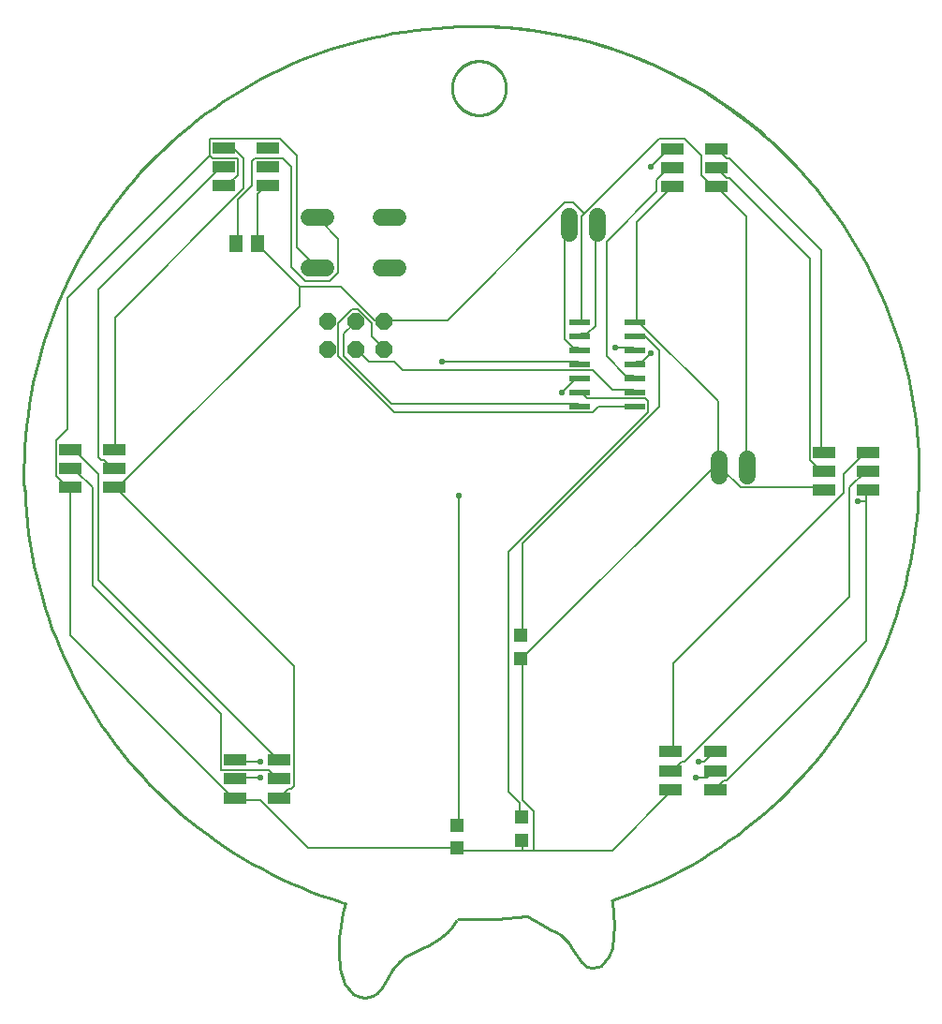
<source format=gtl>
G75*
%MOIN*%
%OFA0B0*%
%FSLAX25Y25*%
%IPPOS*%
%LPD*%
%AMOC8*
5,1,8,0,0,1.08239X$1,22.5*
%
%ADD10C,0.01000*%
%ADD11R,0.07800X0.02200*%
%ADD12R,0.04724X0.04724*%
%ADD13OC8,0.06000*%
%ADD14C,0.06000*%
%ADD15R,0.05118X0.05906*%
%ADD16R,0.07874X0.04331*%
%ADD17C,0.00600*%
%ADD18OC8,0.02300*%
D10*
X0128781Y0013704D02*
X0125829Y0017395D01*
X0124106Y0022562D01*
X0123614Y0028714D01*
X0123860Y0033635D01*
X0124352Y0038064D01*
X0125090Y0042739D01*
X0126075Y0046184D01*
X0125336Y0046184D01*
X0145268Y0025269D02*
X0147482Y0026991D01*
X0149943Y0028468D01*
X0153388Y0030190D01*
X0155848Y0031174D01*
X0159293Y0033389D01*
X0162246Y0035604D01*
X0164214Y0037818D01*
X0165445Y0039787D01*
X0145268Y0025269D02*
X0142807Y0022316D01*
X0141085Y0019363D01*
X0139116Y0015919D01*
X0137394Y0014196D01*
X0135671Y0012966D01*
X0133210Y0012228D01*
X0130996Y0012720D01*
X0128781Y0013704D01*
X0190789Y0041263D02*
X0193004Y0040033D01*
X0195957Y0038310D01*
X0198663Y0036834D01*
X0201124Y0035604D01*
X0202846Y0034619D01*
X0205553Y0031913D01*
X0207029Y0029452D01*
X0209982Y0025023D01*
X0211951Y0023546D01*
X0213673Y0023054D01*
X0216134Y0023546D01*
X0217118Y0023793D01*
X0219579Y0026991D01*
X0221055Y0030190D01*
X0221547Y0034373D01*
X0221793Y0038064D01*
X0221547Y0042247D01*
X0221055Y0047169D01*
X0274943Y0319560D02*
X0272010Y0322021D01*
X0269019Y0324411D01*
X0265972Y0326729D01*
X0262869Y0328973D01*
X0259715Y0331142D01*
X0256509Y0333235D01*
X0253253Y0335251D01*
X0249951Y0337188D01*
X0246603Y0339045D01*
X0243211Y0340822D01*
X0239778Y0342517D01*
X0236306Y0344129D01*
X0232795Y0345657D01*
X0229250Y0347102D01*
X0225670Y0348460D01*
X0222059Y0349733D01*
X0218419Y0350919D01*
X0214751Y0352017D01*
X0211058Y0353027D01*
X0207342Y0353949D01*
X0203605Y0354781D01*
X0199849Y0355523D01*
X0196076Y0356176D01*
X0192289Y0356737D01*
X0188489Y0357208D01*
X0184679Y0357588D01*
X0180862Y0357877D01*
X0177038Y0358073D01*
X0173211Y0358179D01*
X0169382Y0358192D01*
X0163956Y0336046D02*
X0163959Y0336282D01*
X0163968Y0336517D01*
X0163982Y0336753D01*
X0164002Y0336988D01*
X0164028Y0337222D01*
X0164060Y0337456D01*
X0164097Y0337689D01*
X0164141Y0337921D01*
X0164189Y0338151D01*
X0164244Y0338381D01*
X0164304Y0338609D01*
X0164370Y0338835D01*
X0164441Y0339060D01*
X0164518Y0339283D01*
X0164600Y0339504D01*
X0164687Y0339723D01*
X0164780Y0339940D01*
X0164879Y0340154D01*
X0164982Y0340366D01*
X0165091Y0340576D01*
X0165204Y0340782D01*
X0165323Y0340986D01*
X0165447Y0341187D01*
X0165575Y0341384D01*
X0165709Y0341579D01*
X0165847Y0341770D01*
X0165990Y0341958D01*
X0166137Y0342142D01*
X0166289Y0342322D01*
X0166445Y0342499D01*
X0166606Y0342672D01*
X0166770Y0342841D01*
X0166939Y0343005D01*
X0167112Y0343166D01*
X0167289Y0343322D01*
X0167469Y0343474D01*
X0167653Y0343621D01*
X0167841Y0343764D01*
X0168032Y0343902D01*
X0168227Y0344036D01*
X0168424Y0344164D01*
X0168625Y0344288D01*
X0168829Y0344407D01*
X0169035Y0344520D01*
X0169245Y0344629D01*
X0169457Y0344732D01*
X0169671Y0344831D01*
X0169888Y0344924D01*
X0170107Y0345011D01*
X0170328Y0345093D01*
X0170551Y0345170D01*
X0170776Y0345241D01*
X0171002Y0345307D01*
X0171230Y0345367D01*
X0171460Y0345422D01*
X0171690Y0345470D01*
X0171922Y0345514D01*
X0172155Y0345551D01*
X0172389Y0345583D01*
X0172623Y0345609D01*
X0172858Y0345629D01*
X0173094Y0345643D01*
X0173329Y0345652D01*
X0173565Y0345655D01*
X0173801Y0345652D01*
X0174036Y0345643D01*
X0174272Y0345629D01*
X0174507Y0345609D01*
X0174741Y0345583D01*
X0174975Y0345551D01*
X0175208Y0345514D01*
X0175440Y0345470D01*
X0175670Y0345422D01*
X0175900Y0345367D01*
X0176128Y0345307D01*
X0176354Y0345241D01*
X0176579Y0345170D01*
X0176802Y0345093D01*
X0177023Y0345011D01*
X0177242Y0344924D01*
X0177459Y0344831D01*
X0177673Y0344732D01*
X0177885Y0344629D01*
X0178095Y0344520D01*
X0178301Y0344407D01*
X0178505Y0344288D01*
X0178706Y0344164D01*
X0178903Y0344036D01*
X0179098Y0343902D01*
X0179289Y0343764D01*
X0179477Y0343621D01*
X0179661Y0343474D01*
X0179841Y0343322D01*
X0180018Y0343166D01*
X0180191Y0343005D01*
X0180360Y0342841D01*
X0180524Y0342672D01*
X0180685Y0342499D01*
X0180841Y0342322D01*
X0180993Y0342142D01*
X0181140Y0341958D01*
X0181283Y0341770D01*
X0181421Y0341579D01*
X0181555Y0341384D01*
X0181683Y0341187D01*
X0181807Y0340986D01*
X0181926Y0340782D01*
X0182039Y0340576D01*
X0182148Y0340366D01*
X0182251Y0340154D01*
X0182350Y0339940D01*
X0182443Y0339723D01*
X0182530Y0339504D01*
X0182612Y0339283D01*
X0182689Y0339060D01*
X0182760Y0338835D01*
X0182826Y0338609D01*
X0182886Y0338381D01*
X0182941Y0338151D01*
X0182989Y0337921D01*
X0183033Y0337689D01*
X0183070Y0337456D01*
X0183102Y0337222D01*
X0183128Y0336988D01*
X0183148Y0336753D01*
X0183162Y0336517D01*
X0183171Y0336282D01*
X0183174Y0336046D01*
X0183171Y0335810D01*
X0183162Y0335575D01*
X0183148Y0335339D01*
X0183128Y0335104D01*
X0183102Y0334870D01*
X0183070Y0334636D01*
X0183033Y0334403D01*
X0182989Y0334171D01*
X0182941Y0333941D01*
X0182886Y0333711D01*
X0182826Y0333483D01*
X0182760Y0333257D01*
X0182689Y0333032D01*
X0182612Y0332809D01*
X0182530Y0332588D01*
X0182443Y0332369D01*
X0182350Y0332152D01*
X0182251Y0331938D01*
X0182148Y0331726D01*
X0182039Y0331516D01*
X0181926Y0331310D01*
X0181807Y0331106D01*
X0181683Y0330905D01*
X0181555Y0330708D01*
X0181421Y0330513D01*
X0181283Y0330322D01*
X0181140Y0330134D01*
X0180993Y0329950D01*
X0180841Y0329770D01*
X0180685Y0329593D01*
X0180524Y0329420D01*
X0180360Y0329251D01*
X0180191Y0329087D01*
X0180018Y0328926D01*
X0179841Y0328770D01*
X0179661Y0328618D01*
X0179477Y0328471D01*
X0179289Y0328328D01*
X0179098Y0328190D01*
X0178903Y0328056D01*
X0178706Y0327928D01*
X0178505Y0327804D01*
X0178301Y0327685D01*
X0178095Y0327572D01*
X0177885Y0327463D01*
X0177673Y0327360D01*
X0177459Y0327261D01*
X0177242Y0327168D01*
X0177023Y0327081D01*
X0176802Y0326999D01*
X0176579Y0326922D01*
X0176354Y0326851D01*
X0176128Y0326785D01*
X0175900Y0326725D01*
X0175670Y0326670D01*
X0175440Y0326622D01*
X0175208Y0326578D01*
X0174975Y0326541D01*
X0174741Y0326509D01*
X0174507Y0326483D01*
X0174272Y0326463D01*
X0174036Y0326449D01*
X0173801Y0326440D01*
X0173565Y0326437D01*
X0173329Y0326440D01*
X0173094Y0326449D01*
X0172858Y0326463D01*
X0172623Y0326483D01*
X0172389Y0326509D01*
X0172155Y0326541D01*
X0171922Y0326578D01*
X0171690Y0326622D01*
X0171460Y0326670D01*
X0171230Y0326725D01*
X0171002Y0326785D01*
X0170776Y0326851D01*
X0170551Y0326922D01*
X0170328Y0326999D01*
X0170107Y0327081D01*
X0169888Y0327168D01*
X0169671Y0327261D01*
X0169457Y0327360D01*
X0169245Y0327463D01*
X0169035Y0327572D01*
X0168829Y0327685D01*
X0168625Y0327804D01*
X0168424Y0327928D01*
X0168227Y0328056D01*
X0168032Y0328190D01*
X0167841Y0328328D01*
X0167653Y0328471D01*
X0167469Y0328618D01*
X0167289Y0328770D01*
X0167112Y0328926D01*
X0166939Y0329087D01*
X0166770Y0329251D01*
X0166606Y0329420D01*
X0166445Y0329593D01*
X0166289Y0329770D01*
X0166137Y0329950D01*
X0165990Y0330134D01*
X0165847Y0330322D01*
X0165709Y0330513D01*
X0165575Y0330708D01*
X0165447Y0330905D01*
X0165323Y0331106D01*
X0165204Y0331310D01*
X0165091Y0331516D01*
X0164982Y0331726D01*
X0164879Y0331938D01*
X0164780Y0332152D01*
X0164687Y0332369D01*
X0164600Y0332588D01*
X0164518Y0332809D01*
X0164441Y0333032D01*
X0164370Y0333257D01*
X0164304Y0333483D01*
X0164244Y0333711D01*
X0164189Y0333941D01*
X0164141Y0334171D01*
X0164097Y0334403D01*
X0164060Y0334636D01*
X0164028Y0334870D01*
X0164002Y0335104D01*
X0163982Y0335339D01*
X0163968Y0335575D01*
X0163959Y0335810D01*
X0163956Y0336046D01*
X0190543Y0041510D02*
X0187044Y0041101D01*
X0183537Y0040769D01*
X0180023Y0040515D01*
X0176504Y0040339D01*
X0172983Y0040241D01*
X0169460Y0040221D01*
X0165937Y0040280D01*
X0220809Y0047169D02*
X0224504Y0048447D01*
X0228165Y0049814D01*
X0231792Y0051272D01*
X0235383Y0052817D01*
X0238934Y0054451D01*
X0242445Y0056170D01*
X0245912Y0057975D01*
X0249334Y0059865D01*
X0252708Y0061837D01*
X0256034Y0063892D01*
X0259308Y0066028D01*
X0262528Y0068243D01*
X0265694Y0070536D01*
X0268802Y0072907D01*
X0271852Y0075352D01*
X0274840Y0077872D01*
X0277766Y0080464D01*
X0280628Y0083127D01*
X0283423Y0085859D01*
X0286151Y0088659D01*
X0288809Y0091525D01*
X0291397Y0094455D01*
X0293912Y0097447D01*
X0296352Y0100501D01*
X0298718Y0103613D01*
X0301006Y0106782D01*
X0303216Y0110006D01*
X0305346Y0113283D01*
X0307396Y0116612D01*
X0309363Y0119990D01*
X0311247Y0123415D01*
X0313047Y0126885D01*
X0314761Y0130398D01*
X0316388Y0133952D01*
X0317928Y0137545D01*
X0319379Y0141174D01*
X0320742Y0144838D01*
X0322014Y0148534D01*
X0323195Y0152261D01*
X0324284Y0156015D01*
X0325281Y0159794D01*
X0326185Y0163597D01*
X0326996Y0167421D01*
X0327713Y0171264D01*
X0328336Y0175123D01*
X0328864Y0178996D01*
X0329297Y0182881D01*
X0329634Y0186775D01*
X0329877Y0190677D01*
X0330023Y0194583D01*
X0330074Y0198491D01*
X0330029Y0202400D01*
X0329888Y0206306D01*
X0329652Y0210208D01*
X0329320Y0214103D01*
X0328893Y0217989D01*
X0328371Y0221863D01*
X0327754Y0225723D01*
X0327043Y0229566D01*
X0326238Y0233391D01*
X0325339Y0237196D01*
X0324348Y0240977D01*
X0323264Y0244732D01*
X0322088Y0248460D01*
X0320822Y0252158D01*
X0319465Y0255824D01*
X0318019Y0259456D01*
X0316485Y0263051D01*
X0314863Y0266608D01*
X0313154Y0270123D01*
X0311360Y0273596D01*
X0309481Y0277024D01*
X0307518Y0280405D01*
X0305474Y0283736D01*
X0303349Y0287017D01*
X0301143Y0290244D01*
X0298860Y0293417D01*
X0296499Y0296533D01*
X0294063Y0299590D01*
X0291553Y0302586D01*
X0288970Y0305520D01*
X0286316Y0308390D01*
X0283592Y0311194D01*
X0280801Y0313930D01*
X0277943Y0316597D01*
X0275021Y0319194D01*
X0272036Y0321718D01*
X0268991Y0324168D01*
X0265886Y0326543D01*
X0262724Y0328841D01*
X0259506Y0331061D01*
X0256236Y0333201D01*
X0252913Y0335261D01*
X0249542Y0337239D01*
X0246123Y0339134D01*
X0242658Y0340944D01*
X0239150Y0342669D01*
X0235601Y0344307D01*
X0232013Y0345858D01*
X0228388Y0347321D01*
X0224729Y0348694D01*
X0221036Y0349978D01*
X0217314Y0351170D01*
X0213563Y0352271D01*
X0209787Y0353280D01*
X0205987Y0354196D01*
X0202165Y0355019D01*
X0198325Y0355748D01*
X0194468Y0356383D01*
X0190596Y0356922D01*
X0186713Y0357367D01*
X0182819Y0357717D01*
X0178919Y0357971D01*
X0175013Y0358130D01*
X0171105Y0358193D01*
X0170120Y0357947D02*
X0166250Y0357890D01*
X0162382Y0357740D01*
X0158519Y0357496D01*
X0154663Y0357157D01*
X0150817Y0356725D01*
X0146982Y0356199D01*
X0143161Y0355580D01*
X0139356Y0354868D01*
X0135570Y0354064D01*
X0131805Y0353167D01*
X0128062Y0352180D01*
X0124345Y0351101D01*
X0120655Y0349933D01*
X0116994Y0348674D01*
X0113366Y0347327D01*
X0109771Y0345892D01*
X0106212Y0344370D01*
X0102691Y0342762D01*
X0099211Y0341069D01*
X0095772Y0339291D01*
X0092378Y0337430D01*
X0089031Y0335487D01*
X0085731Y0333463D01*
X0082482Y0331359D01*
X0079285Y0329177D01*
X0076143Y0326918D01*
X0073056Y0324583D01*
X0070027Y0322173D01*
X0067057Y0319690D01*
X0064149Y0317136D01*
X0061304Y0314512D01*
X0058523Y0311819D01*
X0055809Y0309059D01*
X0053163Y0306234D01*
X0050587Y0303346D01*
X0048081Y0300395D01*
X0045649Y0297384D01*
X0043290Y0294316D01*
X0041007Y0291190D01*
X0038800Y0288010D01*
X0036672Y0284777D01*
X0034623Y0281493D01*
X0032654Y0278161D01*
X0030767Y0274781D01*
X0028963Y0271356D01*
X0027243Y0267889D01*
X0025608Y0264380D01*
X0024059Y0260833D01*
X0022597Y0257250D01*
X0021222Y0253631D01*
X0019936Y0249980D01*
X0018739Y0246300D01*
X0017632Y0242591D01*
X0016616Y0238856D01*
X0015691Y0235097D01*
X0014858Y0231317D01*
X0014117Y0227518D01*
X0013468Y0223702D01*
X0012913Y0219871D01*
X0012452Y0216028D01*
X0012084Y0212175D01*
X0011810Y0208314D01*
X0011630Y0204448D01*
X0011544Y0200578D01*
X0011552Y0196708D01*
X0011655Y0192838D01*
X0011901Y0193083D02*
X0012085Y0189214D01*
X0012364Y0185351D01*
X0012736Y0181495D01*
X0013202Y0177650D01*
X0013761Y0173817D01*
X0014414Y0169999D01*
X0015159Y0166197D01*
X0015997Y0162416D01*
X0016926Y0158655D01*
X0017947Y0154919D01*
X0019058Y0151208D01*
X0020260Y0147525D01*
X0021550Y0143873D01*
X0022930Y0140253D01*
X0024397Y0136668D01*
X0025951Y0133120D01*
X0027590Y0129611D01*
X0029315Y0126143D01*
X0031124Y0122717D01*
X0033015Y0119337D01*
X0034989Y0116004D01*
X0037043Y0112719D01*
X0039176Y0109486D01*
X0041387Y0106306D01*
X0043675Y0103180D01*
X0046039Y0100111D01*
X0048476Y0097101D01*
X0050986Y0094151D01*
X0053567Y0091262D01*
X0056218Y0088438D01*
X0058937Y0085679D01*
X0061722Y0082987D01*
X0064572Y0080363D01*
X0067484Y0077810D01*
X0070459Y0075328D01*
X0073492Y0072919D01*
X0076584Y0070585D01*
X0079731Y0068327D01*
X0082932Y0066147D01*
X0086186Y0064044D01*
X0089490Y0062022D01*
X0092842Y0060081D01*
X0096240Y0058222D01*
X0099682Y0056446D01*
X0103167Y0054754D01*
X0106692Y0053148D01*
X0110255Y0051629D01*
X0113854Y0050196D01*
X0117486Y0048851D01*
X0121151Y0047596D01*
X0124845Y0046429D01*
D11*
X0209514Y0222867D03*
X0209514Y0227867D03*
X0209514Y0232867D03*
X0209514Y0237867D03*
X0209514Y0242867D03*
X0209514Y0247867D03*
X0209514Y0252867D03*
X0228914Y0252867D03*
X0228914Y0247867D03*
X0228914Y0242867D03*
X0228914Y0237867D03*
X0228914Y0232867D03*
X0228914Y0227867D03*
X0228914Y0222867D03*
D12*
X0188220Y0141376D03*
X0188220Y0133108D03*
X0188870Y0076770D03*
X0188870Y0068502D03*
X0165730Y0065613D03*
X0165730Y0073881D03*
D13*
X0139559Y0242897D03*
X0139559Y0252897D03*
X0129559Y0252897D03*
X0129559Y0242897D03*
X0119559Y0242897D03*
X0119559Y0252897D03*
D14*
X0119129Y0272127D02*
X0113129Y0272127D01*
X0113129Y0289927D02*
X0119129Y0289927D01*
X0138729Y0289927D02*
X0144729Y0289927D01*
X0144729Y0272127D02*
X0138729Y0272127D01*
X0205671Y0284449D02*
X0205671Y0290449D01*
X0215671Y0290449D02*
X0215671Y0284449D01*
X0259018Y0204032D02*
X0259018Y0198032D01*
X0269018Y0198032D02*
X0269018Y0204032D01*
D15*
X0094554Y0280682D03*
X0087074Y0280682D03*
D16*
X0082718Y0301352D03*
X0082718Y0308044D03*
X0082718Y0314737D03*
X0098466Y0314737D03*
X0098466Y0308044D03*
X0098466Y0301352D03*
X0043791Y0207454D03*
X0043791Y0200761D03*
X0043791Y0194068D03*
X0028043Y0194068D03*
X0028043Y0200761D03*
X0028043Y0207454D03*
X0086655Y0096922D03*
X0086655Y0090230D03*
X0086655Y0083537D03*
X0102403Y0083537D03*
X0102403Y0090230D03*
X0102403Y0096922D03*
X0241823Y0099900D03*
X0241823Y0093207D03*
X0241823Y0086514D03*
X0257571Y0086514D03*
X0257571Y0093207D03*
X0257571Y0099900D03*
X0296375Y0193108D03*
X0296375Y0199801D03*
X0296375Y0206494D03*
X0312123Y0206494D03*
X0312123Y0199801D03*
X0312123Y0193108D03*
X0258087Y0301106D03*
X0258087Y0307798D03*
X0258087Y0314491D03*
X0242339Y0314491D03*
X0242339Y0307798D03*
X0242339Y0301106D03*
D17*
X0086655Y0083537D02*
X0085766Y0083613D01*
X0028132Y0141248D01*
X0028132Y0193914D01*
X0028043Y0194068D01*
X0027138Y0193914D01*
X0023163Y0197889D01*
X0023163Y0210807D01*
X0027138Y0214781D01*
X0027138Y0261485D01*
X0077817Y0312164D01*
X0077817Y0318126D01*
X0102659Y0318126D01*
X0108622Y0312164D01*
X0108622Y0279372D01*
X0115577Y0272416D01*
X0116129Y0272127D01*
X0120546Y0267448D02*
X0111603Y0267448D01*
X0106634Y0272416D01*
X0106634Y0308189D01*
X0103653Y0311170D01*
X0093716Y0311170D01*
X0092722Y0310177D01*
X0092722Y0301233D01*
X0087754Y0296265D01*
X0087754Y0281359D01*
X0087074Y0280682D01*
X0094554Y0280682D02*
X0094710Y0280366D01*
X0109615Y0265460D01*
X0109615Y0258504D01*
X0046018Y0194907D01*
X0044031Y0194907D01*
X0043791Y0194068D01*
X0044031Y0193914D01*
X0107628Y0130317D01*
X0107628Y0087588D01*
X0106634Y0086594D01*
X0105640Y0086594D01*
X0102659Y0083613D01*
X0102403Y0083537D01*
X0102403Y0090230D02*
X0101666Y0090569D01*
X0098685Y0093550D01*
X0081792Y0093550D01*
X0081792Y0113424D01*
X0036081Y0159134D01*
X0036081Y0193914D01*
X0030119Y0199876D01*
X0028132Y0199876D01*
X0028043Y0200761D01*
X0028132Y0206832D02*
X0028043Y0207454D01*
X0028132Y0206832D02*
X0030119Y0206832D01*
X0038069Y0198882D01*
X0038069Y0161122D01*
X0101666Y0097525D01*
X0102403Y0096922D01*
X0095703Y0096531D02*
X0086760Y0096531D01*
X0086655Y0096922D01*
X0086760Y0090569D02*
X0086655Y0090230D01*
X0086760Y0090569D02*
X0095703Y0090569D01*
X0095703Y0082619D02*
X0086760Y0082619D01*
X0086655Y0083537D01*
X0095703Y0082619D02*
X0112596Y0065726D01*
X0165262Y0065726D01*
X0165730Y0065613D01*
X0166256Y0064733D01*
X0189111Y0064733D01*
X0189111Y0067714D01*
X0188870Y0068502D01*
X0189111Y0064733D02*
X0193086Y0064733D01*
X0193086Y0078644D01*
X0189111Y0082619D01*
X0189111Y0132304D01*
X0188220Y0133108D01*
X0189111Y0133298D01*
X0256683Y0200870D01*
X0258670Y0200870D01*
X0259018Y0201032D01*
X0258670Y0201863D01*
X0258670Y0224719D01*
X0229853Y0253536D01*
X0228914Y0252867D01*
X0229853Y0253536D02*
X0229853Y0288315D01*
X0241777Y0300240D01*
X0242339Y0301106D01*
X0236809Y0299246D02*
X0236809Y0303221D01*
X0241777Y0308189D01*
X0242339Y0307798D01*
X0242339Y0314491D02*
X0241777Y0315145D01*
X0234822Y0308189D01*
X0236809Y0299246D02*
X0218922Y0281359D01*
X0218922Y0240618D01*
X0225878Y0233662D01*
X0228859Y0233662D01*
X0228914Y0232867D01*
X0228859Y0228693D02*
X0228914Y0227867D01*
X0228859Y0228693D02*
X0220910Y0228693D01*
X0213954Y0235649D01*
X0146382Y0235649D01*
X0143401Y0238630D01*
X0134458Y0238630D01*
X0130483Y0242605D01*
X0129559Y0242897D01*
X0135451Y0247574D02*
X0139426Y0243599D01*
X0139559Y0242897D01*
X0135451Y0247574D02*
X0135451Y0252542D01*
X0130483Y0257511D01*
X0128496Y0257511D01*
X0123527Y0252542D01*
X0123527Y0240618D01*
X0143401Y0220744D01*
X0213954Y0220744D01*
X0215941Y0222731D01*
X0228859Y0222731D01*
X0228914Y0222867D01*
X0232834Y0225712D02*
X0211966Y0225712D01*
X0209979Y0227700D01*
X0208985Y0223725D02*
X0209514Y0222867D01*
X0208985Y0223725D02*
X0142407Y0223725D01*
X0125514Y0240618D01*
X0125514Y0248567D01*
X0129489Y0252542D01*
X0129559Y0252897D01*
X0136445Y0253536D02*
X0124521Y0265460D01*
X0109615Y0265460D01*
X0120546Y0267448D02*
X0123527Y0270429D01*
X0123527Y0282353D01*
X0116571Y0289309D01*
X0116129Y0289927D01*
X0098466Y0301352D02*
X0097691Y0301233D01*
X0094710Y0298252D01*
X0094710Y0281359D01*
X0094554Y0280682D01*
X0089741Y0300240D02*
X0089741Y0311170D01*
X0086760Y0314152D01*
X0082785Y0314152D01*
X0082718Y0314737D01*
X0078810Y0311170D02*
X0077817Y0312164D01*
X0078810Y0311170D02*
X0087754Y0311170D01*
X0087754Y0305208D01*
X0084773Y0302227D01*
X0082785Y0302227D01*
X0082718Y0301352D01*
X0082718Y0308044D02*
X0081792Y0308189D01*
X0038069Y0264467D01*
X0038069Y0204844D01*
X0039062Y0203851D01*
X0040056Y0203851D01*
X0043037Y0200870D01*
X0043791Y0200761D01*
X0043791Y0207454D02*
X0044031Y0207826D01*
X0044031Y0254530D01*
X0089741Y0300240D01*
X0136445Y0253536D02*
X0139426Y0253536D01*
X0139559Y0252897D01*
X0140420Y0253536D01*
X0162281Y0253536D01*
X0204017Y0295271D01*
X0206998Y0295271D01*
X0210973Y0291296D01*
X0209979Y0290303D01*
X0209979Y0253536D01*
X0209514Y0252867D01*
X0209979Y0248567D02*
X0209514Y0247867D01*
X0209979Y0248567D02*
X0211966Y0248567D01*
X0214948Y0251548D01*
X0214948Y0287322D01*
X0215671Y0287449D01*
X0210973Y0291296D02*
X0237803Y0318126D01*
X0246746Y0318126D01*
X0252708Y0312164D01*
X0252708Y0305208D01*
X0257677Y0300240D01*
X0258087Y0301106D01*
X0258670Y0300240D01*
X0268607Y0290303D01*
X0268607Y0201863D01*
X0269018Y0201032D01*
X0266620Y0193914D02*
X0259664Y0200870D01*
X0259018Y0201032D01*
X0266620Y0193914D02*
X0295437Y0193914D01*
X0296375Y0193108D01*
X0296375Y0199801D02*
X0295437Y0199876D01*
X0291462Y0203851D01*
X0291462Y0275397D01*
X0262645Y0304215D01*
X0261651Y0304215D01*
X0258670Y0307196D01*
X0258087Y0307798D01*
X0261651Y0311170D02*
X0262645Y0311170D01*
X0295437Y0278378D01*
X0295437Y0206832D01*
X0296375Y0206494D01*
X0303387Y0198882D02*
X0311336Y0206832D01*
X0312123Y0206494D01*
X0311336Y0199876D02*
X0312123Y0199801D01*
X0311336Y0199876D02*
X0305374Y0193914D01*
X0305374Y0155159D01*
X0246746Y0096531D01*
X0245752Y0096531D01*
X0242771Y0093550D01*
X0241823Y0093207D01*
X0241823Y0099900D02*
X0242771Y0100506D01*
X0242771Y0131311D01*
X0303387Y0191926D01*
X0303387Y0198882D01*
X0311336Y0192920D02*
X0312123Y0193108D01*
X0311336Y0192920D02*
X0311336Y0188945D01*
X0308355Y0188945D01*
X0311336Y0188945D02*
X0311336Y0139260D01*
X0261651Y0089575D01*
X0260658Y0089575D01*
X0257677Y0086594D01*
X0257571Y0086514D01*
X0254696Y0090569D02*
X0256683Y0092556D01*
X0257571Y0093207D01*
X0254696Y0090569D02*
X0250721Y0090569D01*
X0251714Y0096531D02*
X0253702Y0096531D01*
X0256683Y0099512D01*
X0257571Y0099900D01*
X0241823Y0086514D02*
X0241777Y0085600D01*
X0220910Y0064733D01*
X0193086Y0064733D01*
X0188870Y0076770D02*
X0188118Y0077651D01*
X0188118Y0081626D01*
X0184143Y0085600D01*
X0184143Y0171059D01*
X0233828Y0220744D01*
X0233828Y0224719D01*
X0232834Y0225712D01*
X0237803Y0222731D02*
X0237803Y0242605D01*
X0232834Y0247574D01*
X0229853Y0247574D01*
X0228859Y0243599D02*
X0228914Y0242867D01*
X0228859Y0243599D02*
X0221903Y0243599D01*
X0228914Y0237867D02*
X0229853Y0238630D01*
X0231840Y0238630D01*
X0234822Y0241611D01*
X0237803Y0222731D02*
X0189111Y0174040D01*
X0189111Y0142241D01*
X0188220Y0141376D01*
X0166256Y0190933D02*
X0166256Y0074670D01*
X0165730Y0073881D01*
X0203023Y0227700D02*
X0208985Y0233662D01*
X0209514Y0232867D01*
X0209514Y0237867D02*
X0208985Y0238630D01*
X0160294Y0238630D01*
X0204017Y0246580D02*
X0204017Y0286328D01*
X0205010Y0287322D01*
X0205671Y0287449D01*
X0204017Y0246580D02*
X0206998Y0243599D01*
X0208985Y0243599D01*
X0209514Y0242867D01*
X0261651Y0311170D02*
X0258670Y0314152D01*
X0258087Y0314491D01*
D18*
X0234822Y0308189D03*
X0221903Y0243599D03*
X0234822Y0241611D03*
X0203023Y0227700D03*
X0166256Y0190933D03*
X0160294Y0238630D03*
X0095703Y0096531D03*
X0095703Y0090569D03*
X0250721Y0090569D03*
X0251714Y0096531D03*
X0308355Y0188945D03*
M02*

</source>
